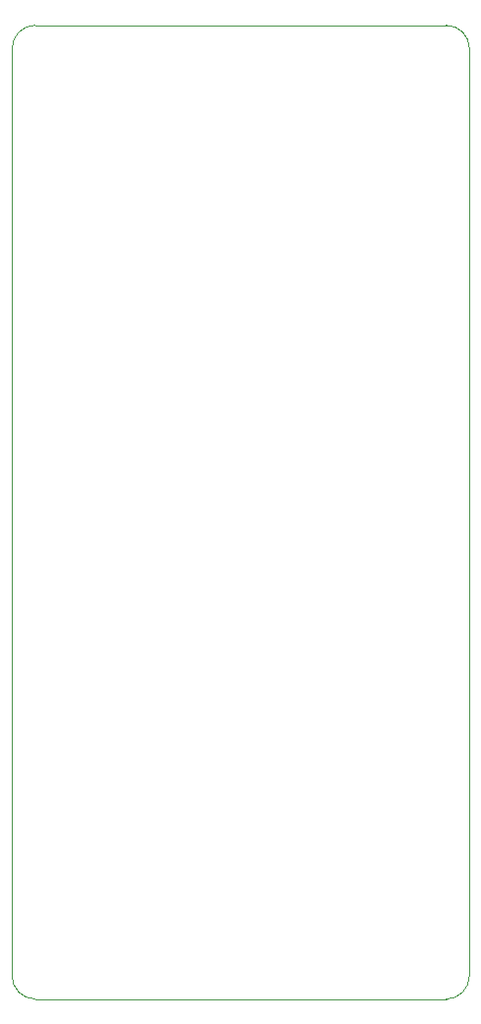
<source format=gbr>
%TF.GenerationSoftware,KiCad,Pcbnew,7.0.9*%
%TF.CreationDate,2023-12-21T13:22:00+09:00*%
%TF.ProjectId,STM32F103_dev_board,53544d33-3246-4313-9033-5f6465765f62,1.2.4*%
%TF.SameCoordinates,Original*%
%TF.FileFunction,Profile,NP*%
%FSLAX46Y46*%
G04 Gerber Fmt 4.6, Leading zero omitted, Abs format (unit mm)*
G04 Created by KiCad (PCBNEW 7.0.9) date 2023-12-21 13:22:00*
%MOMM*%
%LPD*%
G01*
G04 APERTURE LIST*
%TA.AperFunction,Profile*%
%ADD10C,0.100000*%
%TD*%
G04 APERTURE END LIST*
D10*
X165100000Y-59730000D02*
G75*
G03*
X163100000Y-57730000I-2000000J0D01*
G01*
X127730000Y-57730000D02*
G75*
G03*
X125730000Y-59730000I0J-2000000D01*
G01*
X163100000Y-141550000D02*
X127730000Y-141550000D01*
X165100000Y-59730000D02*
X165100000Y-139550000D01*
X125730000Y-139550000D02*
G75*
G03*
X127730000Y-141550000I2000000J0D01*
G01*
X163100000Y-141550000D02*
G75*
G03*
X165100000Y-139550000I0J2000000D01*
G01*
X125730000Y-139550000D02*
X125730000Y-59730000D01*
X127730000Y-57730000D02*
X163100000Y-57730000D01*
M02*

</source>
